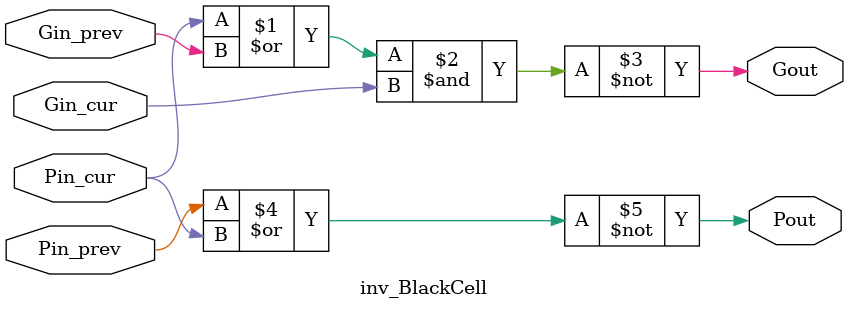
<source format=v>


module inv_BlackCell ( Pin_cur, Gin_cur, Pin_prev, Gin_prev, Pout, Gout );

  input Pin_cur;
  input Gin_cur;
  output Pout;
  input Pin_prev;
  input Gin_prev;
  output Gout;

assign Gout = ~((Pin_cur | Gin_prev) & Gin_cur);
assign Pout = ~(Pin_prev | Pin_cur);

endmodule

</source>
